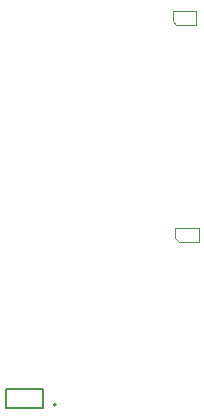
<source format=gbr>
G04 #@! TF.GenerationSoftware,KiCad,Pcbnew,5.1.7-a382d34a8~88~ubuntu18.04.1*
G04 #@! TF.CreationDate,2021-12-09T23:06:50+05:30*
G04 #@! TF.ProjectId,FrontEnd_switch_Normal_v2,46726f6e-7445-46e6-945f-737769746368,rev?*
G04 #@! TF.SameCoordinates,Original*
G04 #@! TF.FileFunction,Other,Fab,Bot*
%FSLAX46Y46*%
G04 Gerber Fmt 4.6, Leading zero omitted, Abs format (unit mm)*
G04 Created by KiCad (PCBNEW 5.1.7-a382d34a8~88~ubuntu18.04.1) date 2021-12-09 23:06:50*
%MOMM*%
%LPD*%
G01*
G04 APERTURE LIST*
%ADD10C,0.100000*%
%ADD11C,0.127000*%
%ADD12C,0.200000*%
G04 APERTURE END LIST*
D10*
X115770000Y-84789700D02*
X115770000Y-85989700D01*
X113770000Y-84789700D02*
X115770000Y-84789700D01*
X113770000Y-85689700D02*
X113770000Y-84789700D01*
X114070000Y-85989700D02*
X113770000Y-85689700D01*
X115770000Y-85989700D02*
X114070000Y-85989700D01*
X115955000Y-103154000D02*
X115955000Y-104354000D01*
X113955000Y-103154000D02*
X115955000Y-103154000D01*
X113955000Y-104054000D02*
X113955000Y-103154000D01*
X114255000Y-104354000D02*
X113955000Y-104054000D01*
X115955000Y-104354000D02*
X114255000Y-104354000D01*
D11*
X102809000Y-116843000D02*
X102809000Y-118443000D01*
X102809000Y-118443000D02*
X99609000Y-118443000D01*
X99609000Y-118443000D02*
X99609000Y-116843000D01*
X99609000Y-116843000D02*
X102809000Y-116843000D01*
D12*
X103885000Y-118148600D02*
G75*
G03*
X103885000Y-118148600I-100000J0D01*
G01*
M02*

</source>
